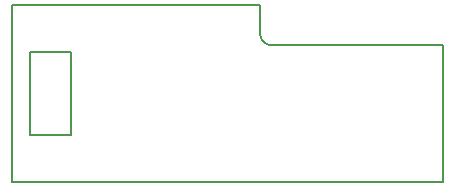
<source format=gbr>
%TF.GenerationSoftware,KiCad,Pcbnew,8.0.8+dfsg-1*%
%TF.CreationDate,2025-07-13T00:01:04+05:30*%
%TF.ProjectId,resistor_board,72657369-7374-46f7-925f-626f6172642e,rev?*%
%TF.SameCoordinates,Original*%
%TF.FileFunction,Profile,NP*%
%FSLAX46Y46*%
G04 Gerber Fmt 4.6, Leading zero omitted, Abs format (unit mm)*
G04 Created by KiCad (PCBNEW 8.0.8+dfsg-1) date 2025-07-13 00:01:04*
%MOMM*%
%LPD*%
G01*
G04 APERTURE LIST*
%TA.AperFunction,Profile*%
%ADD10C,0.200000*%
%TD*%
G04 APERTURE END LIST*
D10*
X117445100Y-66685600D02*
X120945100Y-66685600D01*
X120945100Y-73685600D01*
X117445100Y-73685600D01*
X117445100Y-66685600D01*
X115945100Y-77685600D02*
X122445100Y-77685600D01*
X152445340Y-66085600D02*
X137945100Y-66085600D01*
X122445100Y-77685600D02*
X152445100Y-77685360D01*
X122445100Y-62685600D02*
X115945100Y-62685600D01*
X136945100Y-65085600D02*
X136945100Y-62685600D01*
X137945100Y-66085600D02*
G75*
G02*
X136945100Y-65085600I0J1000000D01*
G01*
X115945100Y-62685600D02*
X115945100Y-77685600D01*
X152445100Y-77685360D02*
X152445100Y-66085600D01*
X136945100Y-62685600D02*
X122445100Y-62685600D01*
M02*

</source>
